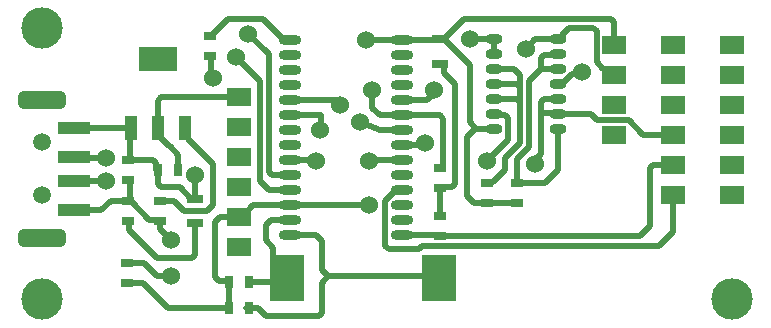
<source format=gtl>
G04*
G04 #@! TF.GenerationSoftware,Altium Limited,Altium Designer,24.4.1 (13)*
G04*
G04 Layer_Physical_Order=1*
G04 Layer_Color=255*
%FSLAX44Y44*%
%MOMM*%
G71*
G04*
G04 #@! TF.SameCoordinates,2532A9CE-C595-4F9E-AB26-32F22B0E5C71*
G04*
G04*
G04 #@! TF.FilePolarity,Positive*
G04*
G01*
G75*
%ADD29R,2.8500X3.9500*%
%ADD30O,1.9000X0.8500*%
%ADD31R,1.0000X0.7500*%
%ADD32R,1.4000X0.7500*%
%ADD33O,1.4500X0.8500*%
%ADD34R,0.7500X1.0000*%
%ADD35R,2.7000X1.0000*%
%ADD36R,1.0000X2.1500*%
%ADD37R,3.2500X2.1500*%
%ADD38C,0.5000*%
%ADD39C,3.5000*%
%ADD40C,1.5240*%
%ADD41R,2.0000X1.5000*%
%ADD42C,1.5000*%
G04:AMPARAMS|DCode=43|XSize=4mm|YSize=1.5mm|CornerRadius=0.375mm|HoleSize=0mm|Usage=FLASHONLY|Rotation=0.000|XOffset=0mm|YOffset=0mm|HoleType=Round|Shape=RoundedRectangle|*
%AMROUNDEDRECTD43*
21,1,4.0000,0.7500,0,0,0.0*
21,1,3.2500,1.5000,0,0,0.0*
1,1,0.7500,1.6250,-0.3750*
1,1,0.7500,-1.6250,-0.3750*
1,1,0.7500,-1.6250,0.3750*
1,1,0.7500,1.6250,0.3750*
%
%ADD43ROUNDEDRECTD43*%
D29*
X362250Y44000D02*
D03*
X233750D02*
D03*
D30*
X236500Y245550D02*
D03*
Y232850D02*
D03*
Y220150D02*
D03*
Y207450D02*
D03*
Y194750D02*
D03*
Y182050D02*
D03*
Y169350D02*
D03*
Y156650D02*
D03*
Y143950D02*
D03*
Y131250D02*
D03*
Y118550D02*
D03*
Y105850D02*
D03*
Y93150D02*
D03*
Y80450D02*
D03*
X331500Y245550D02*
D03*
Y232850D02*
D03*
Y220150D02*
D03*
Y207450D02*
D03*
Y194750D02*
D03*
Y182050D02*
D03*
Y169350D02*
D03*
Y156650D02*
D03*
Y143950D02*
D03*
Y131250D02*
D03*
Y118550D02*
D03*
Y105850D02*
D03*
Y93150D02*
D03*
Y80450D02*
D03*
D31*
X428500Y107500D02*
D03*
Y124500D02*
D03*
X403500Y107500D02*
D03*
Y124500D02*
D03*
X363500Y80000D02*
D03*
Y97000D02*
D03*
X168500Y232500D02*
D03*
Y249500D02*
D03*
X98500Y40000D02*
D03*
Y57000D02*
D03*
X363500Y137000D02*
D03*
Y120000D02*
D03*
X99000Y92500D02*
D03*
Y109500D02*
D03*
X126000Y92500D02*
D03*
Y109500D02*
D03*
X99000Y144500D02*
D03*
Y127500D02*
D03*
D32*
X363500Y225500D02*
D03*
Y246500D02*
D03*
X156000Y90500D02*
D03*
Y111500D02*
D03*
D33*
X408750Y246600D02*
D03*
Y233900D02*
D03*
Y221200D02*
D03*
Y208500D02*
D03*
Y195800D02*
D03*
Y183100D02*
D03*
Y170400D02*
D03*
X463250Y246600D02*
D03*
Y233900D02*
D03*
Y221200D02*
D03*
Y208500D02*
D03*
Y195800D02*
D03*
Y183100D02*
D03*
Y170400D02*
D03*
D34*
X201500Y19000D02*
D03*
X184500D02*
D03*
X201500Y41000D02*
D03*
X184500D02*
D03*
X124500Y136000D02*
D03*
X141500D02*
D03*
D35*
X53750Y101610D02*
D03*
Y126610D02*
D03*
Y171610D02*
D03*
Y146610D02*
D03*
D36*
X101540Y170860D02*
D03*
X124540D02*
D03*
X147540D02*
D03*
D37*
X124540Y229360D02*
D03*
D38*
X428500Y124500D02*
Y145337D01*
X438500Y155337D01*
X408250Y125750D02*
X418500Y136000D01*
Y146000D01*
X430960Y158460D01*
X404750Y125750D02*
X408250D01*
X403500Y124500D02*
X404750Y125750D01*
X451130Y233230D02*
X462580D01*
X448700Y230800D02*
X451130Y233230D01*
X462580D02*
X463250Y233900D01*
X448700Y221200D02*
Y230800D01*
Y221200D02*
X463250D01*
X438500Y211000D02*
X448700Y221200D01*
X438500Y155337D02*
Y211000D01*
X430960Y158460D02*
Y192871D01*
Y205571D02*
Y216040D01*
X418071Y182430D02*
X421040Y179461D01*
X428031Y195800D02*
X430960Y192871D01*
X408750Y195800D02*
X428031D01*
X408750Y183100D02*
X409420Y182430D01*
X408750Y208500D02*
X428031D01*
X430960Y205571D01*
X426000Y221000D02*
X430960Y216040D01*
X421040Y161040D02*
Y179461D01*
X408750Y221200D02*
X408950Y221000D01*
X430960Y192871D02*
Y205571D01*
X409420Y182430D02*
X418071D01*
X408950Y221000D02*
X426000D01*
X448500Y183500D02*
X462850D01*
X448500Y148771D02*
Y183500D01*
Y192871D01*
X403500Y143500D02*
X421040Y161040D01*
X451429Y195800D02*
X458250D01*
X448500Y192871D02*
X451429Y195800D01*
X443500Y141000D02*
Y143771D01*
X448500Y148771D01*
X463250Y208500D02*
X466786D01*
X474826Y216541D01*
X481541D02*
X483500Y218500D01*
X474826Y216541D02*
X481541D01*
X506193Y221400D02*
X511593Y216000D01*
X495960Y226869D02*
Y253071D01*
X501429Y221400D02*
X506193D01*
X493031Y256000D02*
X495960Y253071D01*
X466920Y248217D02*
Y250270D01*
X463250Y246600D02*
X465303D01*
X366750Y246500D02*
X383790Y263540D01*
X495960Y226869D02*
X501429Y221400D01*
X472650Y256000D02*
X493031D01*
X508031Y263540D02*
X511000Y260571D01*
X465303Y246600D02*
X466920Y248217D01*
X383790Y263540D02*
X508031D01*
X466920Y250270D02*
X472650Y256000D01*
X154750Y111500D02*
X156000Y112750D01*
X123250Y136000D02*
Y141571D01*
X511000Y241800D02*
Y260571D01*
X463250Y183100D02*
X491400D01*
X496360Y178140D01*
X523088D01*
X535628Y165600D01*
X561000D01*
X462850Y183500D02*
X463250Y183100D01*
X306000Y188500D02*
X312450Y182050D01*
X306000Y188500D02*
Y201000D01*
X312450Y182050D02*
X331500D01*
X261725Y169225D02*
X262450Y169950D01*
X261000Y168500D02*
X261725Y169225D01*
X262450Y169950D02*
Y182050D01*
X236500D02*
X262450D01*
X236500Y194750D02*
X274750D01*
X278500Y191000D01*
X355729Y198500D02*
X358500Y203500D01*
X351979Y194750D02*
X355729Y198500D01*
X331500Y194750D02*
X351979D01*
X331500Y182050D02*
X363071D01*
X366000Y141020D02*
Y179121D01*
X363071Y182050D02*
X366000Y179121D01*
X296000Y176000D02*
X312650Y169350D01*
X366928Y217572D02*
Y224250D01*
X365678Y225500D02*
X366928Y224250D01*
X363500Y225500D02*
X365678D01*
X366928Y217572D02*
X376179Y208321D01*
Y124179D02*
Y208321D01*
X312650Y169350D02*
X331500D01*
X301225Y245775D02*
X360275D01*
X363500Y246500D02*
X366750D01*
X363500Y80000D02*
X532500D01*
X541000Y88500D01*
Y137271D01*
X543929Y140200D02*
X561000D01*
X541000Y137271D02*
X543929Y140200D01*
X561000Y109800D02*
X562200Y111000D01*
X561000Y83500D02*
Y109800D01*
X548710Y71210D02*
X561000Y83500D01*
X562200Y111000D02*
X563500D01*
X348332Y71210D02*
X548710D01*
X345622Y68500D02*
X348332Y71210D01*
X319889Y68500D02*
X345622D01*
X316960Y71429D02*
X319889Y68500D01*
X316960Y71429D02*
Y109698D01*
X325812Y118550D01*
X331500D01*
X392900Y170400D02*
X394100D01*
X386000Y113500D02*
X392000Y107500D01*
X388500Y176000D02*
Y224750D01*
X386000Y163500D02*
X392900Y170400D01*
X392000Y107500D02*
X403500D01*
X366750Y246500D02*
X388500Y224750D01*
X386000Y113500D02*
Y163500D01*
X388500Y176000D02*
X394100Y170400D01*
X403500Y107500D02*
X428500D01*
X363500Y97000D02*
Y120000D01*
X388500Y246000D02*
X389100Y246600D01*
X408750D01*
Y233900D02*
Y246600D01*
X350350Y156650D02*
X351000Y156000D01*
X331500Y156650D02*
X350350D01*
X394100Y170400D02*
X408750D01*
X463250D02*
X463500Y170150D01*
Y136000D02*
Y170150D01*
X428500Y124500D02*
X452000D01*
X463500Y136000D01*
X444100Y246600D02*
X458250D01*
X438500Y241000D02*
X444100Y246600D01*
X303350Y105850D02*
X303500Y106000D01*
X236500Y105850D02*
X303350D01*
X306000Y143500D02*
X306450Y143950D01*
X331500D01*
X331725Y80225D02*
X363275D01*
X363500Y80000D01*
X213140Y263660D02*
X231250Y245550D01*
X168500Y249500D02*
X169750D01*
X183910Y263660D01*
X213140D01*
X231250Y245550D02*
X236500D01*
X169750Y214750D02*
X171000Y213500D01*
X168500Y232500D02*
X169750Y231250D01*
Y214750D02*
Y231250D01*
X112000Y40000D02*
X133000Y19000D01*
X98500Y40000D02*
X112000D01*
X133000Y19000D02*
X184500D01*
X236673Y143777D02*
X261000D01*
X236500Y143950D02*
X236673Y143777D01*
X113000Y57000D02*
X124000Y46000D01*
X98500Y57000D02*
X113000D01*
X124000Y46000D02*
X136000D01*
X100428Y84572D02*
X124000Y61000D01*
X153071D01*
X301000Y246000D02*
X301225Y245775D01*
X364750Y121250D02*
X373250D01*
X376179Y124179D01*
X363500Y120000D02*
X364750Y121250D01*
X331500Y80450D02*
X331725Y80225D01*
X263500Y40167D02*
X268917Y45583D01*
X216000Y12000D02*
X260571D01*
X263500Y14929D02*
Y40167D01*
X260571Y12000D02*
X263500Y14929D01*
X268917Y45583D02*
X360667D01*
X263500Y51000D02*
X268917Y45583D01*
X263500Y51000D02*
Y75167D01*
X258217Y80450D02*
X263500Y75167D01*
X360667Y45583D02*
X362250Y44000D01*
X236500Y80450D02*
X258217D01*
X201500Y19000D02*
X209000D01*
X199500D02*
X201500D01*
X221469Y131250D02*
X236500D01*
X218540Y134179D02*
X221469Y131250D01*
X218540Y134179D02*
Y233460D01*
X201000Y251000D02*
X218540Y233460D01*
X211000Y134163D02*
Y211000D01*
Y126000D02*
Y127837D01*
X210960Y127877D02*
X211000Y127837D01*
X210960Y134123D02*
X211000Y134163D01*
X210960Y127877D02*
Y134123D01*
X191000Y231000D02*
X211000Y211000D01*
X218450Y118550D02*
X236500D01*
X211000Y126000D02*
X218450Y118550D01*
X236500Y131250D02*
X236750Y131000D01*
X205150Y105850D02*
X236500D01*
X195500Y96200D02*
X205150Y105850D01*
X193000Y96200D02*
X195500D01*
X184500Y22250D02*
Y41000D01*
X209000Y19000D02*
X216000Y12000D01*
X183500Y42000D02*
X184500Y41000D01*
X176000Y42000D02*
X183500D01*
X173000Y45000D02*
Y92000D01*
Y45000D02*
X176000Y42000D01*
X177200Y96200D02*
X193000D01*
X173000Y92000D02*
X177200Y96200D01*
X216000Y76000D02*
X222000Y70000D01*
Y55750D02*
X233750Y44000D01*
X222000Y55750D02*
Y70000D01*
X216000Y76000D02*
Y89000D01*
X220150Y93150D01*
X236500D01*
X201500Y41000D02*
X230750D01*
X233750Y44000D01*
X127469Y197200D02*
X193000D01*
X101000Y108750D02*
Y109500D01*
Y127500D01*
X99000Y109500D02*
X101000D01*
X84500D02*
X99000D01*
X124540Y194271D02*
X127469Y197200D01*
X99178Y92500D02*
X100428Y91250D01*
X99000Y92500D02*
X99178D01*
X100428Y84572D02*
Y91250D01*
X125322Y93178D02*
X126000Y92500D01*
X102250Y108250D02*
X117322Y93178D01*
X125322D01*
X126000Y86000D02*
Y92500D01*
X101000Y108750D02*
X101500Y108250D01*
X102250D01*
X124540Y165110D02*
X134111Y155539D01*
X134461D02*
X141500Y148500D01*
Y136000D02*
Y148500D01*
X124540Y165110D02*
Y170860D01*
X134111Y155539D02*
X134461D01*
X120321Y144500D02*
X123250Y141571D01*
X101000Y144500D02*
X120321D01*
X127429Y121000D02*
X143250D01*
X124500Y123929D02*
Y136000D01*
Y123929D02*
X127429Y121000D01*
X53750Y126610D02*
X80390D01*
X81000Y126000D01*
X53750Y146610D02*
X54360Y146000D01*
X81000D01*
X156000Y112750D02*
Y131000D01*
X152750Y111500D02*
X154750D01*
X150040Y161960D02*
Y168360D01*
X147540Y170860D02*
X150040Y168360D01*
Y161960D02*
X171000Y141000D01*
Y106000D02*
Y141000D01*
X156000Y63929D02*
Y90500D01*
X153071Y61000D02*
X156000Y63929D01*
X126000Y86000D02*
X136000Y76000D01*
X53750Y171610D02*
X100790D01*
X76610Y101610D02*
X84500Y109500D01*
X124540Y170860D02*
Y194271D01*
X166000Y101000D02*
X171000Y106000D01*
X147000Y101000D02*
X166000D01*
X126000Y109500D02*
X138500D01*
X147000Y101000D01*
X100790Y171610D02*
X101540Y170860D01*
X101270Y170590D02*
X101540Y170860D01*
X101000Y144500D02*
X101270Y144770D01*
Y170590D01*
X143250Y121000D02*
X152750Y111500D01*
X53750Y101610D02*
X76610D01*
D39*
X26000Y256000D02*
D03*
Y26000D02*
D03*
X611000D02*
D03*
D40*
X483500Y218500D02*
D03*
X403500Y143500D02*
D03*
X306000Y203500D02*
D03*
X261725Y169225D02*
D03*
X278500Y191000D02*
D03*
X358500Y203500D02*
D03*
X296000Y176000D02*
D03*
X389100Y246600D02*
D03*
X351000Y158500D02*
D03*
X436000Y238500D02*
D03*
X303350Y105850D02*
D03*
X443500Y141000D02*
D03*
X303500Y143500D02*
D03*
X171000Y213500D02*
D03*
X258500Y143500D02*
D03*
X136000Y46000D02*
D03*
X301000Y246000D02*
D03*
X201000Y251000D02*
D03*
X191000Y231000D02*
D03*
X81000Y126000D02*
D03*
Y146000D02*
D03*
X156000Y131000D02*
D03*
X136000Y76000D02*
D03*
D41*
X561000Y241800D02*
D03*
Y216400D02*
D03*
Y140200D02*
D03*
Y114800D02*
D03*
Y165600D02*
D03*
Y191000D02*
D03*
X193000Y121600D02*
D03*
Y147000D02*
D03*
Y197800D02*
D03*
Y172400D02*
D03*
Y96200D02*
D03*
Y70800D02*
D03*
X611000Y241800D02*
D03*
Y216400D02*
D03*
Y140200D02*
D03*
Y114800D02*
D03*
Y165600D02*
D03*
Y191000D02*
D03*
X511000Y241800D02*
D03*
Y216400D02*
D03*
Y165600D02*
D03*
Y191000D02*
D03*
D42*
X26750Y114110D02*
D03*
Y159110D02*
D03*
D43*
Y78110D02*
D03*
Y195110D02*
D03*
M02*

</source>
